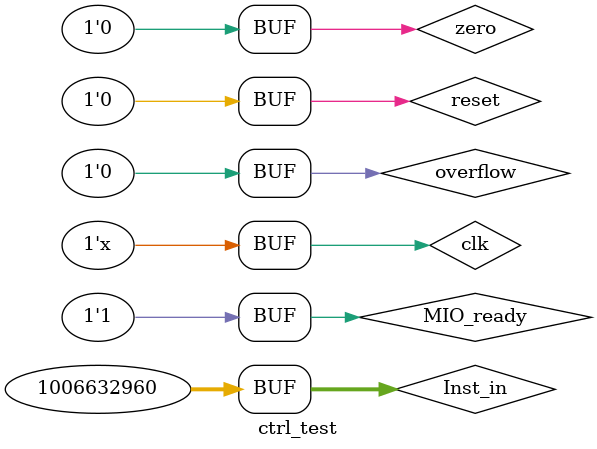
<source format=v>
`timescale 1ns / 1ps


module ctrl_test;

	// Inputs
	reg clk;
	reg reset;
	reg [31:0] Inst_in;
	reg zero;
	reg overflow;
	reg MIO_ready;

	// Outputs
	wire MemRead;
	wire MemWrite;
	wire [2:0] ALU_operation;
	wire [4:0] state_out;
	wire CPU_MIO;
	wire IorD;
	wire IRWrite;
	wire [1:0] RegDst;
	wire RegWrite;
	wire [1:0] MemtoReg;
	wire ALUSrcA;
	wire [1:0] ALUSrcB;
	wire [1:0] PCSource;
	wire PCWrite;
	wire PCWriteCond;
	wire Beq;
 
	// Instantiate the Unit Under Test (UUT)
	ctrl uut (
		.clk(clk), 
		.reset(reset), 
		.Inst_in(Inst_in), 
		.zero(zero), 
		.overflow(overflow), 
		.MIO_ready(MIO_ready), 
		.MemRead(MemRead), 
		.MemWrite(MemWrite), 
		.ALU_operation(ALU_operation), 
		.state_out(state_out), 
		.CPU_MIO(CPU_MIO), 
		.IorD(IorD), 
		.IRWrite(IRWrite), 
		.RegDst(RegDst), 
		.RegWrite(RegWrite), 
		.MemtoReg(MemtoReg), 
		.ALUSrcA(ALUSrcA), 
		.ALUSrcB(ALUSrcB), 
		.PCSource(PCSource), 
		.PCWrite(PCWrite), 
		.PCWriteCond(PCWriteCond), 
		.Beq(Beq)
	);

	initial begin
		// Initialize Inputs
		clk = 0;
		reset = 0;
		Inst_in = 0;
		zero = 0;
		overflow = 0;
		MIO_ready = 0;
		reset=1;
		// Wait 100 ns for global reset to finish
		// Add stimulus here
		#70; 
			MIO_ready=1;
			reset=0;
		#80;
			Inst_in=32'b0000_0000_0000_0000_0000_0000_0010_0000;
		#80;
			Inst_in=32'b0000_0000_0000_0000_0000_0000_0010_0010;
		#80;
			Inst_in=32'b0000_0000_0000_0000_0000_0000_0010_0100;
		#80;
			Inst_in=32'b0000_0000_0000_0000_0000_0000_0010_0101;	
		#80;
			Inst_in=32'b0000_0000_0000_0000_0000_0000_0010_0110;	
		#80;
			Inst_in=32'b0000_0000_0000_0000_0000_0000_0010_0111;	
		#80;
			Inst_in=32'b0000_0000_0000_0000_0000_0000_0010_1010;
		#80;
			Inst_in=32'b0000_0000_0000_0000_0000_0000_0000_0010;
		#80;
			Inst_in=32'b0000_0000_0000_0000_0000_0000_0000_1000;
		#80;
			Inst_in=32'b0000_0000_0000_0000_0000_0000_0000_1010;
		#80; 
			Inst_in=32'b1000_1100_0000_0000_0000_0000_0000_0000;
		#100;
			Inst_in=32'b1010_1100_0000_0000_0000_0000_0000_0000;
		#80;
			Inst_in=32'b0000_1000_0000_0000_0000_0000_0000_0000;
		#60;
			Inst_in=32'b0001_0000_0000_0000_0000_0000_0000_0000;
		#60;
			Inst_in=32'b0000_1100_0000_0000_0000_0000_0000_0000;
		#60;
			Inst_in=32'b0010_0000_0000_0000_0000_0000_0000_0000;
		#80;
			Inst_in=32'b0011_1100_0000_0000_0000_0000_0000_0000;
	end
   always #10
		clk=~clk;

endmodule


</source>
